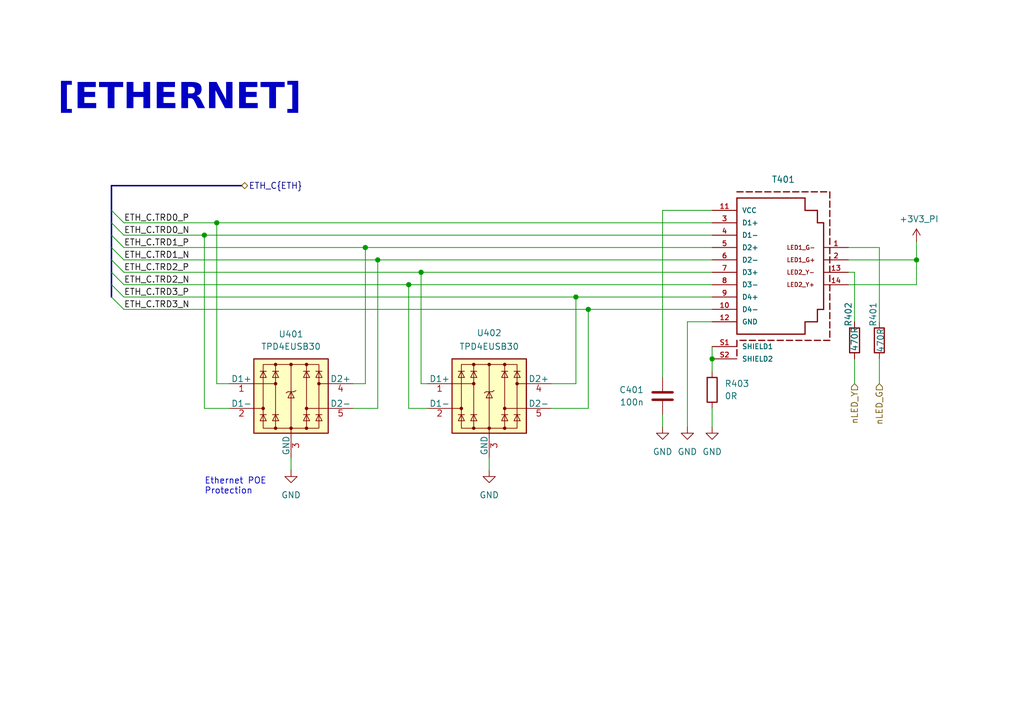
<source format=kicad_sch>
(kicad_sch (version 20250114) (generator "eeschema") (generator_version "9.0")
  (paper "A5")
  (title_block (title "CM5 MINIMA") (date "2025-03-22") (rev "2.1") (company "Pierluigi Colangeli"))
  (lib_symbols
    (symbol "CM4IO:TPD4EUSB30" (pin_names (offset 0))
      (property "Reference" "U" (at -0.635 8.89 0))
      (property "Value" "TPD4EUSB30" (at 8.89 -10.16 0))
      (symbol "TPD4EUSB30_0_0"
        (rectangle (start -5.715 6.477) (end 5.715 -6.604))
        (polyline (pts (xy -3.175 -6.604) (xy -3.175 6.477)))
        (polyline (pts (xy 0 6.477) (xy 0 -6.604)))
        (polyline (pts (xy 3.175 6.477) (xy 3.175 -6.604)))
      )
      (symbol "TPD4EUSB30_0_1"
        (polyline (pts (xy -7.747 2.54) (xy -3.175 2.54)))
        (rectangle (start -7.62 7.62) (end 7.62 -7.62) (stroke (width 0.254)) (fill (type background)))
        (polyline (pts (xy -7.62 -2.54) (xy -5.715 -2.54)))
        (circle (center -5.715 -2.54) (radius 0.2794) (fill (type outline)))
        (polyline (pts (xy -5.08 5.08) (xy -6.35 5.08)))
        (polyline (pts (xy -5.08 3.81) (xy -6.35 3.81) (xy -5.715 5.08) (xy -5.08 3.81)))
        (polyline (pts (xy -5.08 -3.81) (xy -6.35 -3.81)))
        (polyline (pts (xy -5.08 -5.08) (xy -6.35 -5.08) (xy -5.715 -3.81) (xy -5.08 -5.08)))
        (circle (center -3.175 6.477) (radius 0.2794) (fill (type outline)))
        (circle (center -3.175 2.54) (radius 0.2794) (fill (type outline)))
        (circle (center -3.175 -6.604) (radius 0.2794) (fill (type outline)))
        (polyline (pts (xy -2.54 5.08) (xy -3.81 5.08)))
        (polyline (pts (xy -2.54 3.81) (xy -3.81 3.81) (xy -3.175 5.08) (xy -2.54 3.81)))
        (polyline (pts (xy -2.54 -3.81) (xy -3.81 -3.81)))
        (polyline (pts (xy -2.54 -5.08) (xy -3.81 -5.08) (xy -3.175 -3.81) (xy -2.54 -5.08)))
        (polyline (pts (xy -0.635 0.889) (xy -1.016 0.635)))
        (circle (center 0 6.477) (radius 0.2794) (fill (type outline)))
        (polyline (pts (xy 0 -6.604) (xy 0 -7.62)))
        (circle (center 0 -6.604) (radius 0.2794) (fill (type outline)))
        (polyline (pts (xy 0.635 0.889) (xy -0.635 0.889)))
        (polyline (pts (xy 0.635 0.889) (xy 1.016 1.143)))
        (polyline (pts (xy 0.635 -0.381) (xy -0.635 -0.381) (xy 0 0.889) (xy 0.635 -0.381)))
        (circle (center 3.175 6.477) (radius 0.2794) (fill (type outline)))
        (circle (center 3.175 -2.54) (radius 0.2794) (fill (type outline)))
        (circle (center 3.175 -6.604) (radius 0.2794) (fill (type outline)))
        (polyline (pts (xy 3.81 5.08) (xy 2.54 5.08)))
        (polyline (pts (xy 3.81 3.81) (xy 2.54 3.81) (xy 3.175 5.08) (xy 3.81 3.81)))
        (polyline (pts (xy 3.81 -3.81) (xy 2.54 -3.81)))
        (polyline (pts (xy 3.81 -5.08) (xy 2.54 -5.08) (xy 3.175 -3.81) (xy 3.81 -5.08)))
        (circle (center 5.715 2.54) (radius 0.2794) (fill (type outline)))
        (polyline (pts (xy 6.35 5.08) (xy 5.08 5.08)))
        (polyline (pts (xy 6.35 3.81) (xy 5.08 3.81) (xy 5.715 5.08) (xy 6.35 3.81)))
        (polyline (pts (xy 6.35 -3.81) (xy 5.08 -3.81)))
        (polyline (pts (xy 6.35 -5.08) (xy 5.08 -5.08) (xy 5.715 -3.81) (xy 6.35 -5.08)))
        (polyline (pts (xy 7.62 2.54) (xy 5.715 2.54)))
        (polyline (pts (xy 7.62 -2.54) (xy 3.175 -2.54)))
      )
      (symbol "TPD4EUSB30_1_1"
        (pin passive line (at -12.7 2.54 0) (length 5.08) (name "D1+") (number "1"))
        (pin passive line (at -12.7 2.54 0) (length 5.08) (hide yes) (name "~") (number "10"))
        (pin passive line (at -12.7 -2.54 0) (length 5.08) (name "D1-") (number "2"))
        (pin passive line (at -12.7 -2.54 0) (length 5.08) (hide yes) (name "~") (number "9"))
        (pin power_in line (at 0 -12.7 90) (length 5.08) (name "GND") (number "3"))
        (pin passive line (at 0 -12.7 90) (length 5.08) (hide yes) (name "GND") (number "8"))
        (pin passive line (at 12.7 2.54 180) (length 5.08) (name "D2+") (number "4"))
        (pin passive line (at 12.7 2.54 180) (length 5.08) (hide yes) (name "~") (number "7"))
        (pin passive line (at 12.7 -2.54 180) (length 5.08) (name "D2-") (number "5"))
        (pin passive line (at 12.7 -2.54 180) (length 5.08) (hide yes) (name "~") (number "6"))
      )
    )
    (symbol "Connector:WE-RJ45_7498111120AR" (pin_names (offset 1.016))
      (property "Reference" "T" (at 0 17.78 0))
      (symbol "WE-RJ45_7498111120AR_0_0"
        (polyline (pts (xy -7.62 16.51) (xy -6.35 16.51)) (stroke (width 0.254)))
        (polyline (pts (xy -7.62 15.24) (xy 6.35 15.24)) (stroke (width 0.254)))
        (polyline (pts (xy -7.62 -12.7) (xy -7.62 15.24)) (stroke (width 0.254)))
        (polyline (pts (xy -7.62 -13.97) (xy -7.62 -13.97)) (stroke (width 0.254)))
        (polyline (pts (xy -7.62 -13.97) (xy -7.62 -15.24)) (stroke (width 0.254)))
        (polyline (pts (xy -7.62 -15.875) (xy -7.62 -17.145)) (stroke (width 0.254)))
        (polyline (pts (xy -7.62 -17.78) (xy -7.62 -17.78)) (stroke (width 0.254)))
        (polyline (pts (xy -5.715 16.51) (xy -4.445 16.51)) (stroke (width 0.254)))
        (polyline (pts (xy -5.715 -13.97) (xy -6.985 -13.97)) (stroke (width 0.254)))
        (polyline (pts (xy -3.81 16.51) (xy -2.54 16.51)) (stroke (width 0.254)))
        (polyline (pts (xy -3.81 -13.97) (xy -5.08 -13.97)) (stroke (width 0.254)))
        (polyline (pts (xy -1.905 16.51) (xy -0.635 16.51)) (stroke (width 0.254)))
        (polyline (pts (xy -1.905 -13.97) (xy -3.175 -13.97)) (stroke (width 0.254)))
        (polyline (pts (xy 0 16.51) (xy 1.27 16.51)) (stroke (width 0.254)))
        (polyline (pts (xy 0 -13.97) (xy -1.27 -13.97)) (stroke (width 0.254)))
        (polyline (pts (xy 1.905 16.51) (xy 3.175 16.51)) (stroke (width 0.254)))
        (polyline (pts (xy 1.905 -13.97) (xy 0.635 -13.97)) (stroke (width 0.254)))
        (polyline (pts (xy 3.81 16.51) (xy 5.08 16.51)) (stroke (width 0.254)))
        (polyline (pts (xy 3.81 -13.97) (xy 2.54 -13.97)) (stroke (width 0.254)))
        (polyline (pts (xy 5.715 16.51) (xy 6.985 16.51)) (stroke (width 0.254)))
        (polyline (pts (xy 5.715 -13.97) (xy 4.445 -13.97)) (stroke (width 0.254)))
        (polyline (pts (xy 6.35 15.24) (xy 6.35 12.7)) (stroke (width 0.254)))
        (polyline (pts (xy 6.35 12.7) (xy 8.89 12.7)) (stroke (width 0.254)))
        (polyline (pts (xy 6.35 -10.16) (xy 8.89 -10.16)) (stroke (width 0.254)))
        (polyline (pts (xy 6.35 -12.7) (xy -7.62 -12.7)) (stroke (width 0.254)))
        (polyline (pts (xy 6.35 -12.7) (xy 6.35 -10.16)) (stroke (width 0.254)))
        (polyline (pts (xy 7.62 16.51) (xy 8.89 16.51)) (stroke (width 0.254)))
        (polyline (pts (xy 7.62 -13.97) (xy 6.35 -13.97)) (stroke (width 0.254)))
        (polyline (pts (xy 8.89 12.7) (xy 8.89 10.16)) (stroke (width 0.254)))
        (polyline (pts (xy 8.89 10.16) (xy 10.16 10.16)) (stroke (width 0.254)))
        (polyline (pts (xy 8.89 -7.62) (xy 10.16 -7.62)) (stroke (width 0.254)))
        (polyline (pts (xy 8.89 -10.16) (xy 8.89 -7.62)) (stroke (width 0.254)))
        (polyline (pts (xy 9.525 16.51) (xy 10.795 16.51)) (stroke (width 0.254)))
        (polyline (pts (xy 9.525 -13.97) (xy 8.255 -13.97)) (stroke (width 0.254)))
        (polyline (pts (xy 10.16 10.16) (xy 10.16 -7.62)) (stroke (width 0.254)))
        (polyline (pts (xy 11.43 16.51) (xy 11.43 16.51)) (stroke (width 0.254)))
        (polyline (pts (xy 11.43 16.51) (xy 11.43 15.24)) (stroke (width 0.254)))
        (polyline (pts (xy 11.43 14.605) (xy 11.43 13.335)) (stroke (width 0.254)))
        (polyline (pts (xy 11.43 12.7) (xy 11.43 11.43)) (stroke (width 0.254)))
        (polyline (pts (xy 11.43 10.795) (xy 11.43 9.525)) (stroke (width 0.254)))
        (polyline (pts (xy 11.43 8.89) (xy 11.43 7.62)) (stroke (width 0.254)))
        (polyline (pts (xy 11.43 6.985) (xy 11.43 5.715)) (stroke (width 0.254)))
        (polyline (pts (xy 11.43 5.08) (xy 11.43 3.81)) (stroke (width 0.254)))
        (polyline (pts (xy 11.43 3.175) (xy 11.43 1.905)) (stroke (width 0.254)))
        (polyline (pts (xy 11.43 1.27) (xy 11.43 0)) (stroke (width 0.254)))
        (polyline (pts (xy 11.43 -0.635) (xy 11.43 -1.905)) (stroke (width 0.254)))
        (polyline (pts (xy 11.43 -2.54) (xy 11.43 -3.81)) (stroke (width 0.254)))
        (polyline (pts (xy 11.43 -4.445) (xy 11.43 -5.715)) (stroke (width 0.254)))
        (polyline (pts (xy 11.43 -6.35) (xy 11.43 -7.62)) (stroke (width 0.254)))
        (polyline (pts (xy 11.43 -8.255) (xy 11.43 -9.525)) (stroke (width 0.254)))
        (polyline (pts (xy 11.43 -10.16) (xy 11.43 -11.43)) (stroke (width 0.254)))
        (polyline (pts (xy 11.43 -12.065) (xy 11.43 -13.335)) (stroke (width 0.254)))
        (polyline (pts (xy 11.43 -13.97) (xy 10.16 -13.97)) (stroke (width 0.254)))
        (polyline (pts (xy 11.43 -13.97) (xy 11.43 -13.97)) (stroke (width 0.254)))
        (text "LED1_G-" (at 2.54 5.08 0) (effects (font (size 0.8636 0.8636)) (justify left)))
        (text "LED1_G+" (at 2.54 2.54 0) (effects (font (size 0.8636 0.8636)) (justify left)))
        (text "LED2_Y-" (at 2.54 0 0) (effects (font (size 0.8636 0.8636)) (justify left)))
        (text "LED2_Y+" (at 2.54 -2.54 0) (effects (font (size 0.8636 0.8636)) (justify left)))
        (pin passive line (at -12.7 12.7 0) (length 5.08) (name "VCC") (number "11"))
        (pin passive line (at -12.7 10.16 0) (length 5.08) (name "D1+") (number "3"))
        (pin passive line (at -12.7 7.62 0) (length 5.08) (name "D1-") (number "4"))
        (pin passive line (at -12.7 5.08 0) (length 5.08) (name "D2+") (number "5"))
        (pin passive line (at -12.7 2.54 0) (length 5.08) (name "D2-") (number "6"))
        (pin passive line (at -12.7 0 0) (length 5.08) (name "D3+") (number "7"))
        (pin passive line (at -12.7 -2.54 0) (length 5.08) (name "D3-") (number "8"))
        (pin passive line (at -12.7 -5.08 0) (length 5.08) (name "D4+") (number "9"))
        (pin passive line (at -12.7 -7.62 0) (length 5.08) (name "D4-") (number "10"))
        (pin passive line (at -12.7 -10.16 0) (length 5.08) (name "GND") (number "12"))
        (pin passive line (at -12.7 -15.24 0) (length 5.08) (name "SHIELD1") (number "S1"))
        (pin passive line (at -12.7 -17.78 0) (length 5.08) (name "SHIELD2") (number "S2"))
        (pin passive line (at 15.24 5.08 180) (length 5.08) (name "~") (number "1"))
        (pin passive line (at 15.24 2.54 180) (length 5.08) (name "~") (number "2"))
        (pin passive line (at 15.24 0 180) (length 5.08) (name "~") (number "13"))
        (pin passive line (at 15.24 -2.54 180) (length 5.08) (name "~") (number "14"))
      )
    )
    (symbol "Device:C" (pin_numbers (hide yes)) (pin_names (offset 0.254))
      (property "Reference" "C" (at 0.635 2.54 0))
      (property "Value" "C" (at 0.635 -2.54 0))
      (symbol "C_0_1"
        (polyline (pts (xy -2.032 0.762) (xy 2.032 0.762)) (stroke (width 0.508)))
        (polyline (pts (xy -2.032 -0.762) (xy 2.032 -0.762)) (stroke (width 0.508)))
      )
      (symbol "C_1_1"
        (pin passive line (at 0 3.81 270) (length 2.794) (name "~") (number "1"))
        (pin passive line (at 0 -3.81 90) (length 2.794) (name "~") (number "2"))
      )
    )
    (symbol "Device:R" (pin_numbers (hide yes)) (pin_names (offset 0))
      (property "Reference" "R" (at 2.032 0 90))
      (property "Value" "R" (at 0 0 90))
      (symbol "R_0_1"
        (rectangle (start -1.016 -2.54) (end 1.016 2.54) (stroke (width 0.254)))
      )
      (symbol "R_1_1"
        (pin passive line (at 0 3.81 270) (length 1.27) (name "~") (number "1"))
        (pin passive line (at 0 -3.81 90) (length 1.27) (name "~") (number "2"))
      )
    )
    (symbol "GND_1" (power) (pin_numbers (hide yes)) (pin_names (offset 0) (hide yes))
      (property "Value" "GND" (at 0 -3.81 0))
      (symbol "GND_1_0_1"
        (polyline (pts (xy 0 0) (xy 0 -1.27) (xy 1.27 -1.27) (xy 0 -2.54) (xy -1.27 -1.27) (xy 0 -1.27)))
      )
      (symbol "GND_1_1_1"
        (pin power_in line (at 0 0 270) (length 0) (name "~") (number "1"))
      )
    )
    (symbol "power:+3V3" (power) (pin_numbers (hide yes)) (pin_names (offset 0) (hide yes))
      (property "Value" "+3V3" (at 0 3.556 0))
      (symbol "+3V3_0_1"
        (polyline (pts (xy -0.762 1.27) (xy 0 2.54)))
        (polyline (pts (xy 0 2.54) (xy 0.762 1.27)))
        (polyline (pts (xy 0 0) (xy 0 2.54)))
      )
      (symbol "+3V3_1_1"
        (pin power_in line (at 0 0 90) (length 0) (name "~") (number "1"))
      )
    )
  )
  (bus_alias "ETH" (members "TRD0_P" "TRD0_N" "TRD1_P" "TRD1_N" "TRD2_P" "TRD2_N" "TRD3_P" "TRD3_N"))
  (text "[ETHERNET]" (at 36.83 21.59 0) (effects (font (size 5.27 5.27) (bold yes))))
  (text "Ethernet POE\nProtection" (at 41.91 101.6 0) (effects (font (size 1.27 1.27)) (justify left bottom)))
  (junction (at 77.47 53.34))
  (junction (at 44.45 45.72))
  (junction (at 83.82 58.42))
  (junction (at 120.65 63.5))
  (junction (at 41.91 48.26))
  (junction (at 118.11 60.96))
  (junction (at 146.05 73.66))
  (junction (at 86.36 55.88))
  (junction (at 187.96 53.34))
  (junction (at 74.93 50.8))
  (bus_entry (at 22.86 45.72) (size 2.54 2.54))
  (bus_entry (at 22.86 58.42) (size 2.54 2.54))
  (bus_entry (at 22.86 48.26) (size 2.54 2.54))
  (bus_entry (at 22.86 43.18) (size 2.54 2.54))
  (bus_entry (at 22.86 50.8) (size 2.54 2.54))
  (bus_entry (at 22.86 53.34) (size 2.54 2.54))
  (bus_entry (at 22.86 60.96) (size 2.54 2.54))
  (bus_entry (at 22.86 55.88) (size 2.54 2.54))
  (wire (pts (xy 87.63 83.82) (xy 83.82 83.82)))
  (wire (pts (xy 120.65 63.5) (xy 146.05 63.5)))
  (wire (pts (xy 180.34 50.8) (xy 173.99 50.8)))
  (wire (pts (xy 135.89 85.09) (xy 135.89 87.63)))
  (wire (pts (xy 25.4 63.5) (xy 120.65 63.5)))
  (wire (pts (xy 44.45 78.74) (xy 46.99 78.74)))
  (wire (pts (xy 146.05 71.12) (xy 146.05 73.66)))
  (wire (pts (xy 113.03 83.82) (xy 120.65 83.82)))
  (wire (pts (xy 118.11 60.96) (xy 118.11 78.74)))
  (wire (pts (xy 175.26 78.74) (xy 175.26 73.66)))
  (bus (pts (xy 22.86 58.42) (xy 22.86 60.96)))
  (wire (pts (xy 74.93 50.8) (xy 74.93 78.74)))
  (wire (pts (xy 77.47 53.34) (xy 146.05 53.34)))
  (wire (pts (xy 86.36 55.88) (xy 86.36 78.74)))
  (wire (pts (xy 113.03 78.74) (xy 118.11 78.74)))
  (wire (pts (xy 86.36 55.88) (xy 146.05 55.88)))
  (bus (pts (xy 22.86 48.26) (xy 22.86 50.8)))
  (wire (pts (xy 83.82 58.42) (xy 146.05 58.42)))
  (wire (pts (xy 59.69 93.98) (xy 59.69 96.52)))
  (wire (pts (xy 44.45 45.72) (xy 146.05 45.72)))
  (wire (pts (xy 72.39 78.74) (xy 74.93 78.74)))
  (wire (pts (xy 180.34 66.04) (xy 180.34 50.8)))
  (wire (pts (xy 25.4 58.42) (xy 83.82 58.42)))
  (wire (pts (xy 146.05 83.82) (xy 146.05 87.63)))
  (wire (pts (xy 86.36 78.74) (xy 87.63 78.74)))
  (wire (pts (xy 140.97 66.04) (xy 140.97 87.63)))
  (wire (pts (xy 25.4 53.34) (xy 77.47 53.34)))
  (wire (pts (xy 77.47 53.34) (xy 77.47 83.82)))
  (bus (pts (xy 22.86 38.1) (xy 22.86 43.18)))
  (wire (pts (xy 41.91 48.26) (xy 41.91 83.82)))
  (wire (pts (xy 25.4 60.96) (xy 118.11 60.96)))
  (wire (pts (xy 173.99 53.34) (xy 187.96 53.34)))
  (wire (pts (xy 175.26 66.04) (xy 175.26 55.88)))
  (bus (pts (xy 22.86 45.72) (xy 22.86 48.26)))
  (bus (pts (xy 22.86 50.8) (xy 22.86 53.34)))
  (wire (pts (xy 180.34 78.74) (xy 180.34 73.66)))
  (bus (pts (xy 22.86 43.18) (xy 22.86 45.72)))
  (wire (pts (xy 25.4 45.72) (xy 44.45 45.72)))
  (wire (pts (xy 120.65 63.5) (xy 120.65 83.82)))
  (wire (pts (xy 118.11 60.96) (xy 146.05 60.96)))
  (wire (pts (xy 173.99 58.42) (xy 187.96 58.42)))
  (wire (pts (xy 187.96 53.34) (xy 187.96 58.42)))
  (wire (pts (xy 25.4 50.8) (xy 74.93 50.8)))
  (wire (pts (xy 146.05 73.66) (xy 146.05 76.2)))
  (wire (pts (xy 83.82 58.42) (xy 83.82 83.82)))
  (wire (pts (xy 25.4 48.26) (xy 41.91 48.26)))
  (bus (pts (xy 22.86 55.88) (xy 22.86 58.42)))
  (wire (pts (xy 135.89 43.18) (xy 135.89 77.47)))
  (bus (pts (xy 22.86 53.34) (xy 22.86 55.88)))
  (bus (pts (xy 49.53 38.1) (xy 22.86 38.1)))
  (wire (pts (xy 146.05 66.04) (xy 140.97 66.04)))
  (wire (pts (xy 175.26 55.88) (xy 173.99 55.88)))
  (wire (pts (xy 41.91 48.26) (xy 146.05 48.26)))
  (wire (pts (xy 41.91 83.82) (xy 46.99 83.82)))
  (wire (pts (xy 25.4 55.88) (xy 86.36 55.88)))
  (wire (pts (xy 146.05 43.18) (xy 135.89 43.18)))
  (wire (pts (xy 44.45 45.72) (xy 44.45 78.74)))
  (wire (pts (xy 187.96 49.53) (xy 187.96 53.34)))
  (wire (pts (xy 100.33 93.98) (xy 100.33 96.52)))
  (wire (pts (xy 72.39 83.82) (xy 77.47 83.82)))
  (wire (pts (xy 74.93 50.8) (xy 146.05 50.8)))
  (label "ETH_C.TRD2_N" (at 25.4 58.42 0))
  (label "ETH_C.TRD1_P" (at 25.4 50.8 0))
  (label "ETH_C.TRD0_N" (at 25.4 48.26 0))
  (label "ETH_C.TRD0_P" (at 25.4 45.72 0))
  (label "ETH_C.TRD1_N" (at 25.4 53.34 0))
  (label "ETH_C.TRD3_P" (at 25.4 60.96 0))
  (label "ETH_C.TRD2_P" (at 25.4 55.88 0))
  (label "ETH_C.TRD3_N" (at 25.4 63.5 0))
  (hierarchical_label "nLED_Y" (shape input) (at 175.26 78.74 270))
  (hierarchical_label "ETH_C{ETH}" (shape bidirectional) (at 49.53 38.1 0))
  (hierarchical_label "nLED_G" (shape input) (at 180.34 78.74 270))
  (symbol (lib_id "Device:R") (at 175.26 69.85 0) (mirror x) (unit 1)
    (property "Reference" "R402" (at 173.99 64.516 90))
    (property "Value" "470R" (at 175.26 69.596 90))
    (property "Footprint" "Resistor_SMD:R_0402_1005Metric" (effects (hide yes)))
    (property "Package" "0402" (effects (hide yes)))
  )
  (symbol (lib_name "GND_1") (lib_id "power:GND") (at 135.89 87.63 0) (unit 1)
    (property "Reference" "#PWR0304" (effects (hide yes)))
    (property "Value" "GND" (at 135.89 92.71 0))
    (property "Description" "Power symbol creates a global label with name \"GND\" , ground" (effects (hide yes)))
  )
  (symbol (lib_name "GND_1") (lib_id "power:GND") (at 59.69 96.52 0) (unit 1)
    (property "Reference" "#PWR0302" (effects (hide yes)))
    (property "Value" "GND" (at 59.69 101.6 0))
    (property "Description" "Power symbol creates a global label with name \"GND\" , ground" (effects (hide yes)))
  )
  (symbol (lib_id "power:+3V3") (at 187.96 49.53 0) (unit 1)
    (property "Reference" "#PWR0301" (effects (hide yes)))
    (property "Value" "+3V3_PI" (at 184.404 44.958 0) (effects (justify left)))
    (property "Description" "Power symbol creates a global label with name \"+3V3\"" (effects (hide yes)))
  )
  (symbol (lib_id "Connector:WE-RJ45_7498111120AR") (at 158.75 55.88 0) (unit 1)
    (property "Reference" "T401" (at 160.655 36.83 0))
    (property "Value" "7498111120AR" (effects (hide yes)))
    (property "Footprint" "Connector_Wuerth:7498111120AR" (effects (hide yes)))
    (property "MF" "Würth Elektronik" (effects (hide yes)))
    (property "LED" "yellow-green" (effects (hide yes)))
    (property "USB" "No" (effects (hide yes)))
    (property "Package" "None" (effects (hide yes)))
    (property "MOUNT" "SMT" (effects (hide yes)))
    (property "Check_prices" "https://www.snapeda.com/parts/7498111120AR/W%25C3%25BCrth+Elektronik+Midcom/view-part/?ref=eda" (effects (hide yes)))
    (property "Price" "None" (effects (hide yes)))
    (property "MP" "7498111120AR" (effects (hide yes)))
    (property "SnapEDA_Link" "https://www.snapeda.com/parts/7498111120AR/W%25C3%25BCrth+Elektronik+Midcom/view-part/?ref=snap" (effects (hide yes)))
    (property "DATASHEET-URL" "https://www.we-online.com/redexpert/spec/7498111120AR?ae" (effects (hide yes)))
    (property "DATA-RATE" "10/100/1000 Base-T" (effects (hide yes)))
    (property "PART-NUMBER" "7498111120AR" (effects (hide yes)))
    (property "Availability" "In Stock" (effects (hide yes)))
    (property "POE" "non-PoE" (effects (hide yes)))
    (property "PORTS" "1" (effects (hide yes)))
    (property "Description_1" "\n                        \n                            1 Port RJ45Board Edge, Surface Mount 10/100/1000 Base-T, AutoMDIX\n                        \n" (effects (hide yes)))
  )
  (symbol (lib_id "Device:C") (at 135.89 81.28 0) (mirror y) (unit 1)
    (property "Reference" "C401" (at 132.08 80.01 0) (effects (justify left)))
    (property "Value" "100n" (at 132.08 82.55 0) (effects (justify left)))
    (property "Footprint" "Capacitor_SMD:C_0402_1005Metric" (effects (hide yes)))
    (property "Part Description" "0.1uF 10% 16V Ceramic Capacitor X7R 0402 (1005 Metric)" (effects (hide yes)))
    (property "P/N" "CC0402KRX7R7BB104" (effects (hide yes)))
    (property "Package" "0402" (effects (hide yes)))
    (property "VAux" "16V" (effects (hide yes)))
  )
  (symbol (lib_id "CM4IO:TPD4EUSB30") (at 100.33 81.28 0) (unit 1)
    (property "Reference" "U402" (at 100.33 68.326 0))
    (property "Value" "TPD4EUSB30" (at 100.33 71.12 0))
    (property "Footprint" "Package_SON:USON-10_2.5x1.0mm_P0.5mm" (effects (hide yes)))
    (property "Part Description" "Quad TVS diode for high speed signals (USB3, GigE etc.)" (effects (hide yes)))
    (property "P/N" "TPD4EUSB30" (effects (hide yes)))
  )
  (symbol (lib_id "Device:R") (at 146.05 80.01 0) (mirror y) (unit 1)
    (property "Reference" "R403" (at 148.59 78.74 0) (effects (justify right)))
    (property "Value" "0R" (at 148.59 81.28 0) (effects (justify right)))
    (property "Footprint" "Resistor_SMD:R_0402_1005Metric" (effects (hide yes)))
    (property "Package" "0402" (effects (hide yes)))
  )
  (symbol (lib_name "GND_1") (lib_id "power:GND") (at 146.05 87.63 0) (unit 1)
    (property "Reference" "#PWR0310" (effects (hide yes)))
    (property "Value" "GND" (at 146.05 92.71 0))
    (property "Description" "Power symbol creates a global label with name \"GND\" , ground" (effects (hide yes)))
  )
  (symbol (lib_id "CM4IO:TPD4EUSB30") (at 59.69 81.28 0) (unit 1)
    (property "Reference" "U401" (at 59.69 68.58 0))
    (property "Value" "TPD4EUSB30" (at 59.69 71.12 0))
    (property "Footprint" "Package_SON:USON-10_2.5x1.0mm_P0.5mm" (effects (hide yes)))
    (property "Part Description" "Quad TVS diode for high speed signals (USB3, GigE etc.)" (effects (hide yes)))
    (property "P/N" "TPD4EUSB30" (effects (hide yes)))
  )
  (symbol (lib_id "Device:R") (at 180.34 69.85 180) (unit 1)
    (property "Reference" "R401" (at 179.07 64.516 90))
    (property "Value" "470R" (at 180.594 69.85 90))
    (property "Footprint" "Resistor_SMD:R_0402_1005Metric" (effects (hide yes)))
    (property "Package" "0402" (effects (hide yes)))
  )
  (symbol (lib_name "GND_1") (lib_id "power:GND") (at 100.33 96.52 0) (unit 1)
    (property "Reference" "#PWR0303" (effects (hide yes)))
    (property "Value" "GND" (at 100.33 101.6 0))
    (property "Description" "Power symbol creates a global label with name \"GND\" , ground" (effects (hide yes)))
  )
  (symbol (lib_name "GND_1") (lib_id "power:GND") (at 140.97 87.63 0) (unit 1)
    (property "Reference" "#PWR0309" (effects (hide yes)))
    (property "Value" "GND" (at 140.97 92.71 0))
    (property "Description" "Power symbol creates a global label with name \"GND\" , ground" (effects (hide yes)))
  )
)
</source>
